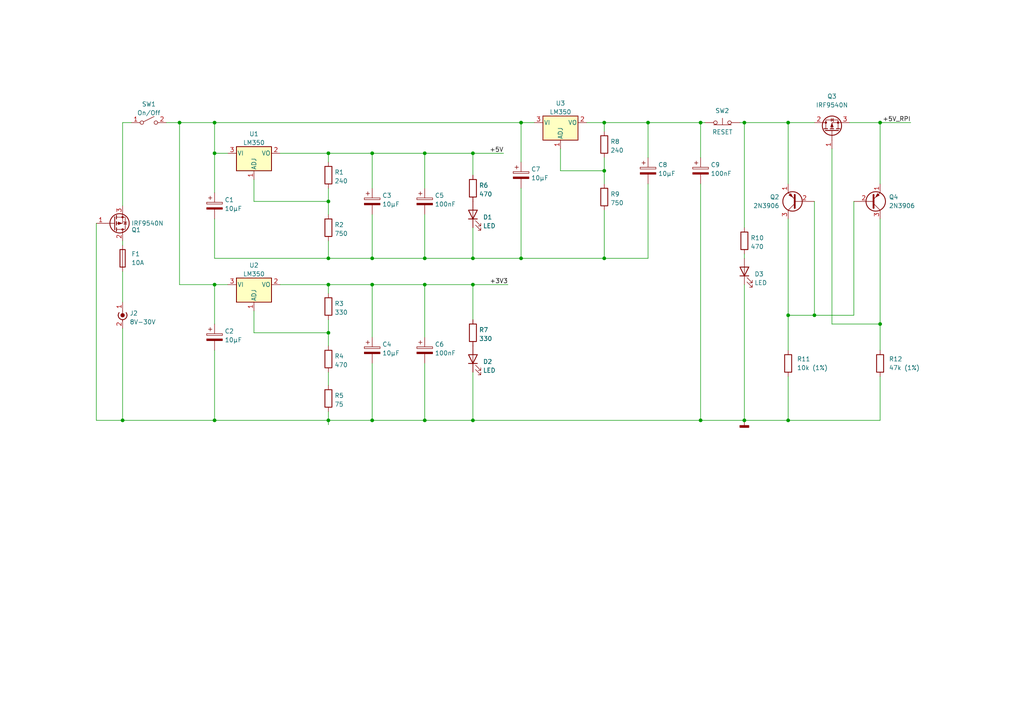
<source format=kicad_sch>
(kicad_sch (version 20211123) (generator eeschema)
  (paper "A4")
  (title_block (title "The Ulysses Board") (date "2022-09-04") (rev "1.3") (company "Dirk Gottschalk") (comment 1 "Power module") (comment 2 "Schematics") (comment 3 "Draft") (comment 4 "EN") (comment 5 "Tech- dev.") (comment 6 "n/a") (comment 7 "Dirk Gottschalk"))
  (lib_symbols
    (symbol "Connector:Conn_Coaxial_Power" (pin_names (offset 1.016) hide)
      (property "Reference" "J" (at -5.08 -1.27 90))
      (property "Value" "Conn_Coaxial_Power" (at -3.175 -1.27 90))
      (symbol "Conn_Coaxial_Power_0_1"
        (arc (start -1.27 -1.27) (mid 0 -2.54) (end 1.27 -1.27) (stroke (width 0.254)))
        (arc (start -1.016 -0.508) (mid -1.2048 -0.8684) (end -1.27 -1.27) (stroke (width 0.254)))
        (circle (center 0 -1.27) (radius 0.508) (stroke (width 0.2032)) (fill (type outline)))
        (polyline (pts (xy 0 -2.54) (xy 0 -3.048)))
        (polyline (pts (xy 0 0) (xy 0 -1.27)))
        (arc (start 1.27 -1.27) (mid 1.2048 -0.8684) (end 1.016 -0.508) (stroke (width 0.254)))
      )
      (symbol "Conn_Coaxial_Power_1_1"
        (pin passive line (at 0 2.54 270) (length 2.54) (name "In") (number "1"))
        (pin passive line (at 0 -5.08 90) (length 2.54) (name "Ext") (number "2"))
      )
    )
    (symbol "Device:C_Polarized" (pin_numbers hide) (pin_names (offset 0.254))
      (property "Reference" "C" (at 0.635 2.54 0))
      (property "Value" "C_Polarized" (at 0.635 -2.54 0))
      (symbol "C_Polarized_0_1"
        (rectangle (start -2.286 0.508) (end 2.286 1.016))
        (polyline (pts (xy -1.778 2.286) (xy -0.762 2.286)))
        (polyline (pts (xy -1.27 2.794) (xy -1.27 1.778)))
        (rectangle (start 2.286 -0.508) (end -2.286 -1.016) (fill (type outline)))
      )
      (symbol "C_Polarized_1_1"
        (pin passive line (at 0 3.81 270) (length 2.794) (name "~") (number "1"))
        (pin passive line (at 0 -3.81 90) (length 2.794) (name "~") (number "2"))
      )
    )
    (symbol "Device:Fuse" (pin_numbers hide) (pin_names (offset 0))
      (property "Reference" "F" (at 2.032 0 90))
      (property "Value" "Fuse" (at -1.905 0 90))
      (symbol "Fuse_0_1"
        (rectangle (start -0.762 -2.54) (end 0.762 2.54) (stroke (width 0.254)))
        (polyline (pts (xy 0 2.54) (xy 0 -2.54)))
      )
      (symbol "Fuse_1_1"
        (pin passive line (at 0 3.81 270) (length 1.27) (name "~") (number "1"))
        (pin passive line (at 0 -3.81 90) (length 1.27) (name "~") (number "2"))
      )
    )
    (symbol "Device:LED" (pin_numbers hide) (pin_names (offset 1.016) hide)
      (property "Reference" "D" (at 0 2.54 0))
      (property "Value" "LED" (at 0 -2.54 0))
      (symbol "LED_0_1"
        (polyline (pts (xy -1.27 -1.27) (xy -1.27 1.27)) (stroke (width 0.254)))
        (polyline (pts (xy -1.27 0) (xy 1.27 0)))
        (polyline (pts (xy 1.27 -1.27) (xy 1.27 1.27) (xy -1.27 0) (xy 1.27 -1.27)) (stroke (width 0.254)))
        (polyline (pts (xy -3.048 -0.762) (xy -4.572 -2.286) (xy -3.81 -2.286) (xy -4.572 -2.286) (xy -4.572 -1.524)))
        (polyline (pts (xy -1.778 -0.762) (xy -3.302 -2.286) (xy -2.54 -2.286) (xy -3.302 -2.286) (xy -3.302 -1.524)))
      )
      (symbol "LED_1_1"
        (pin passive line (at -3.81 0 0) (length 2.54) (name "K") (number "1"))
        (pin passive line (at 3.81 0 180) (length 2.54) (name "A") (number "2"))
      )
    )
    (symbol "Device:R" (pin_numbers hide) (pin_names (offset 0))
      (property "Reference" "R" (at 2.032 0 90))
      (property "Value" "R" (at 0 0 90))
      (symbol "R_0_1"
        (rectangle (start -1.016 -2.54) (end 1.016 2.54) (stroke (width 0.254)))
      )
      (symbol "R_1_1"
        (pin passive line (at 0 3.81 270) (length 1.27) (name "~") (number "1"))
        (pin passive line (at 0 -3.81 90) (length 1.27) (name "~") (number "2"))
      )
    )
    (symbol "Regulator_Linear:LM350_TO220" (pin_names (offset 0.254))
      (property "Reference" "U" (at -3.81 3.175 0))
      (property "Value" "LM350_TO220" (at 0 3.175 0))
      (symbol "LM350_TO220_0_1"
        (rectangle (start -5.08 1.905) (end 5.08 -5.08) (stroke (width 0.254)) (fill (type background)))
      )
      (symbol "LM350_TO220_1_1"
        (pin input line (at 0 -7.62 90) (length 2.54) (name "ADJ") (number "1"))
        (pin power_out line (at 7.62 0 180) (length 2.54) (name "VO") (number "2"))
        (pin power_in line (at -7.62 0 0) (length 2.54) (name "VI") (number "3"))
      )
    )
    (symbol "Switch:SW_Push_Open" (pin_numbers hide) (pin_names (offset 1.016) hide)
      (property "Reference" "SW" (at 0 2.54 0))
      (property "Value" "SW_Push_Open" (at 0 -1.905 0))
      (symbol "SW_Push_Open_0_1"
        (circle (center -2.032 0) (radius 0.508))
        (polyline (pts (xy -2.54 -0.635) (xy 2.54 -0.635)))
        (polyline (pts (xy 0 -0.635) (xy 0 1.27)))
        (circle (center 2.032 0) (radius 0.508))
        (pin passive line (at -5.08 0 0) (length 2.54) (name "A") (number "1"))
      )
      (symbol "SW_Push_Open_1_1"
        (pin passive line (at 5.08 0 180) (length 2.54) (name "B") (number "2"))
      )
    )
    (symbol "Switch:SW_SPST" (pin_names (offset 0) hide)
      (property "Reference" "SW" (at 0 3.175 0))
      (property "Value" "SW_SPST" (at 0 -2.54 0))
      (symbol "SW_SPST_0_0"
        (circle (center -2.032 0) (radius 0.508))
        (polyline (pts (xy -1.524 0.254) (xy 1.524 1.778)))
        (circle (center 2.032 0) (radius 0.508))
      )
      (symbol "SW_SPST_1_1"
        (pin passive line (at -5.08 0 0) (length 2.54) (name "A") (number "1"))
        (pin passive line (at 5.08 0 180) (length 2.54) (name "B") (number "2"))
      )
    )
    (symbol "Transistor_BJT:2N3906" (pin_names (offset 0) hide)
      (property "Reference" "Q" (at 5.08 1.905 0))
      (property "Value" "2N3906" (at 5.08 0 0))
      (symbol "2N3906_0_1"
        (polyline (pts (xy 0.635 0.635) (xy 2.54 2.54)))
        (polyline (pts (xy 0.635 -0.635) (xy 2.54 -2.54) (xy 2.54 -2.54)))
        (polyline (pts (xy 0.635 1.905) (xy 0.635 -1.905) (xy 0.635 -1.905)) (stroke (width 0.508)))
        (polyline (pts (xy 2.286 -1.778) (xy 1.778 -2.286) (xy 1.27 -1.27) (xy 2.286 -1.778) (xy 2.286 -1.778)) (fill (type outline)))
        (circle (center 1.27 0) (radius 2.8194) (stroke (width 0.254)))
      )
      (symbol "2N3906_1_1"
        (pin passive line (at 2.54 -5.08 90) (length 2.54) (name "E") (number "1"))
        (pin input line (at -5.08 0 0) (length 5.715) (name "B") (number "2"))
        (pin passive line (at 2.54 5.08 270) (length 2.54) (name "C") (number "3"))
      )
    )
    (symbol "Transistor_FET:IRF9540N" (pin_names hide)
      (property "Reference" "Q" (at 5.08 1.905 0))
      (property "Value" "IRF9540N" (at 5.08 0 0))
      (symbol "IRF9540N_0_1"
        (polyline (pts (xy 0.254 0) (xy -2.54 0)))
        (polyline (pts (xy 0.254 1.905) (xy 0.254 -1.905)) (stroke (width 0.254)))
        (polyline (pts (xy 0.762 -1.27) (xy 0.762 -2.286)) (stroke (width 0.254)))
        (polyline (pts (xy 0.762 0.508) (xy 0.762 -0.508)) (stroke (width 0.254)))
        (polyline (pts (xy 0.762 2.286) (xy 0.762 1.27)) (stroke (width 0.254)))
        (polyline (pts (xy 2.54 2.54) (xy 2.54 1.778)))
        (polyline (pts (xy 2.54 -2.54) (xy 2.54 0) (xy 0.762 0)))
        (polyline (pts (xy 0.762 1.778) (xy 3.302 1.778) (xy 3.302 -1.778) (xy 0.762 -1.778)))
        (polyline (pts (xy 2.286 0) (xy 1.27 0.381) (xy 1.27 -0.381) (xy 2.286 0)) (fill (type outline)))
        (polyline (pts (xy 2.794 -0.508) (xy 2.921 -0.381) (xy 3.683 -0.381) (xy 3.81 -0.254)))
        (polyline (pts (xy 3.302 -0.381) (xy 2.921 0.254) (xy 3.683 0.254) (xy 3.302 -0.381)))
        (circle (center 1.651 0) (radius 2.794) (stroke (width 0.254)))
        (circle (center 2.54 -1.778) (radius 0.254) (fill (type outline)))
        (circle (center 2.54 1.778) (radius 0.254) (fill (type outline)))
      )
      (symbol "IRF9540N_1_1"
        (pin input line (at -5.08 0 0) (length 2.54) (name "G") (number "1"))
        (pin passive line (at 2.54 5.08 270) (length 2.54) (name "D") (number "2"))
        (pin passive line (at 2.54 -5.08 90) (length 2.54) (name "S") (number "3"))
      )
    )
    (symbol "power:GNDD" (power) (pin_names (offset 0))
      (property "Value" "GNDD" (at 0 -3.175 0))
      (symbol "GNDD_0_1"
        (rectangle (start -1.27 -1.524) (end 1.27 -2.032) (stroke (width 0.254)) (fill (type outline)))
        (polyline (pts (xy 0 0) (xy 0 -1.524)))
      )
      (symbol "GNDD_1_1"
        (pin power_in line (at 0 0 270) (length 0) hide (name "GNDD") (number "1"))
      )
    )
  )
  (junction (at 175.26 49.53))
  (junction (at 215.9 121.92))
  (junction (at 228.6 121.92))
  (junction (at 137.16 44.45))
  (junction (at 151.13 74.93))
  (junction (at 187.96 35.56))
  (junction (at 62.23 82.55))
  (junction (at 95.25 74.93))
  (junction (at 107.95 74.93))
  (junction (at 203.2 121.92))
  (junction (at 95.25 44.45))
  (junction (at 62.23 121.92))
  (junction (at 137.16 82.55))
  (junction (at 255.27 35.56))
  (junction (at 95.25 82.55))
  (junction (at 236.22 91.44))
  (junction (at 175.26 35.56))
  (junction (at 123.19 74.93))
  (junction (at 123.19 82.55))
  (junction (at 203.2 35.56))
  (junction (at 95.25 121.92))
  (junction (at 35.56 121.92))
  (junction (at 52.07 35.56))
  (junction (at 107.95 82.55))
  (junction (at 123.19 121.92))
  (junction (at 137.16 74.93))
  (junction (at 62.23 35.56))
  (junction (at 95.25 96.52))
  (junction (at 228.6 91.44))
  (junction (at 255.27 93.98))
  (junction (at 151.13 35.56))
  (junction (at 175.26 74.93))
  (junction (at 215.9 35.56))
  (junction (at 228.6 35.56))
  (junction (at 123.19 44.45))
  (junction (at 107.95 121.92))
  (junction (at 137.16 121.92))
  (junction (at 62.23 44.45))
  (junction (at 95.25 58.42))
  (junction (at 107.95 44.45))
  (wire (pts (xy 151.13 35.56) (xy 154.94 35.56)))
  (wire (pts (xy 62.23 82.55) (xy 66.04 82.55)))
  (wire (pts (xy 35.56 35.56) (xy 35.56 59.69)))
  (wire (pts (xy 137.16 82.55) (xy 137.16 92.71)))
  (wire (pts (xy 247.65 91.44) (xy 247.65 58.42)))
  (wire (pts (xy 175.26 35.56) (xy 175.26 38.1)))
  (wire (pts (xy 137.16 66.04) (xy 137.16 74.93)))
  (wire (pts (xy 203.2 53.34) (xy 203.2 121.92)))
  (wire (pts (xy 162.56 43.18) (xy 162.56 49.53)))
  (wire (pts (xy 95.25 58.42) (xy 95.25 62.23)))
  (wire (pts (xy 175.26 74.93) (xy 187.96 74.93)))
  (wire (pts (xy 95.25 92.71) (xy 95.25 96.52)))
  (wire (pts (xy 95.25 74.93) (xy 107.95 74.93)))
  (wire (pts (xy 107.95 62.23) (xy 107.95 74.93)))
  (wire (pts (xy 175.26 49.53) (xy 175.26 53.34)))
  (wire (pts (xy 151.13 46.99) (xy 151.13 35.56)))
  (wire (pts (xy 73.66 90.17) (xy 73.66 96.52)))
  (wire (pts (xy 170.18 35.56) (xy 175.26 35.56)))
  (wire (pts (xy 95.25 44.45) (xy 107.95 44.45)))
  (wire (pts (xy 95.25 96.52) (xy 95.25 100.33)))
  (wire (pts (xy 137.16 107.95) (xy 137.16 121.92)))
  (wire (pts (xy 107.95 82.55) (xy 107.95 97.79)))
  (wire (pts (xy 95.25 121.92) (xy 95.25 123.19)))
  (wire (pts (xy 35.56 35.56) (xy 38.1 35.56)))
  (wire (pts (xy 52.07 35.56) (xy 62.23 35.56)))
  (wire (pts (xy 236.22 91.44) (xy 247.65 91.44)))
  (wire (pts (xy 123.19 105.41) (xy 123.19 121.92)))
  (wire (pts (xy 27.94 64.77) (xy 27.94 121.92)))
  (wire (pts (xy 95.25 54.61) (xy 95.25 58.42)))
  (wire (pts (xy 35.56 69.85) (xy 35.56 71.12)))
  (wire (pts (xy 187.96 35.56) (xy 203.2 35.56)))
  (wire (pts (xy 62.23 63.5) (xy 62.23 74.93)))
  (wire (pts (xy 175.26 45.72) (xy 175.26 49.53)))
  (wire (pts (xy 228.6 91.44) (xy 236.22 91.44)))
  (wire (pts (xy 123.19 44.45) (xy 137.16 44.45)))
  (wire (pts (xy 246.38 35.56) (xy 255.27 35.56)))
  (wire (pts (xy 203.2 121.92) (xy 215.9 121.92)))
  (wire (pts (xy 215.9 82.55) (xy 215.9 121.92)))
  (wire (pts (xy 123.19 82.55) (xy 123.19 97.79)))
  (wire (pts (xy 255.27 63.5) (xy 255.27 93.98)))
  (wire (pts (xy 187.96 35.56) (xy 187.96 45.72)))
  (wire (pts (xy 35.56 78.74) (xy 35.56 87.63)))
  (wire (pts (xy 107.95 44.45) (xy 123.19 44.45)))
  (wire (pts (xy 107.95 105.41) (xy 107.95 121.92)))
  (wire (pts (xy 95.25 82.55) (xy 95.25 85.09)))
  (wire (pts (xy 255.27 109.22) (xy 255.27 121.92)))
  (wire (pts (xy 228.6 91.44) (xy 228.6 101.6)))
  (wire (pts (xy 123.19 74.93) (xy 137.16 74.93)))
  (wire (pts (xy 203.2 35.56) (xy 203.2 45.72)))
  (wire (pts (xy 175.26 60.96) (xy 175.26 74.93)))
  (wire (pts (xy 62.23 82.55) (xy 52.07 82.55)))
  (wire (pts (xy 137.16 44.45) (xy 146.05 44.45)))
  (wire (pts (xy 95.25 121.92) (xy 107.95 121.92)))
  (wire (pts (xy 107.95 74.93) (xy 123.19 74.93)))
  (wire (pts (xy 81.28 44.45) (xy 95.25 44.45)))
  (wire (pts (xy 137.16 82.55) (xy 147.32 82.55)))
  (wire (pts (xy 137.16 74.93) (xy 151.13 74.93)))
  (wire (pts (xy 107.95 44.45) (xy 107.95 54.61)))
  (wire (pts (xy 95.25 69.85) (xy 95.25 74.93)))
  (wire (pts (xy 228.6 35.56) (xy 228.6 53.34)))
  (wire (pts (xy 95.25 44.45) (xy 95.25 46.99)))
  (wire (pts (xy 215.9 35.56) (xy 228.6 35.56)))
  (wire (pts (xy 62.23 55.88) (xy 62.23 44.45)))
  (wire (pts (xy 123.19 82.55) (xy 137.16 82.55)))
  (wire (pts (xy 228.6 109.22) (xy 228.6 121.92)))
  (wire (pts (xy 123.19 44.45) (xy 123.19 54.61)))
  (wire (pts (xy 241.3 43.18) (xy 241.3 93.98)))
  (wire (pts (xy 123.19 62.23) (xy 123.19 74.93)))
  (wire (pts (xy 255.27 35.56) (xy 264.16 35.56)))
  (wire (pts (xy 62.23 93.98) (xy 62.23 82.55)))
  (wire (pts (xy 137.16 44.45) (xy 137.16 50.8)))
  (wire (pts (xy 62.23 74.93) (xy 95.25 74.93)))
  (wire (pts (xy 62.23 35.56) (xy 151.13 35.56)))
  (wire (pts (xy 255.27 35.56) (xy 255.27 53.34)))
  (wire (pts (xy 62.23 101.6) (xy 62.23 121.92)))
  (wire (pts (xy 123.19 121.92) (xy 137.16 121.92)))
  (wire (pts (xy 255.27 121.92) (xy 228.6 121.92)))
  (wire (pts (xy 73.66 52.07) (xy 73.66 58.42)))
  (wire (pts (xy 255.27 93.98) (xy 255.27 101.6)))
  (wire (pts (xy 35.56 95.25) (xy 35.56 121.92)))
  (wire (pts (xy 48.26 35.56) (xy 52.07 35.56)))
  (wire (pts (xy 187.96 53.34) (xy 187.96 74.93)))
  (wire (pts (xy 73.66 96.52) (xy 95.25 96.52)))
  (wire (pts (xy 241.3 93.98) (xy 255.27 93.98)))
  (wire (pts (xy 95.25 82.55) (xy 107.95 82.55)))
  (wire (pts (xy 35.56 121.92) (xy 62.23 121.92)))
  (wire (pts (xy 107.95 82.55) (xy 123.19 82.55)))
  (wire (pts (xy 162.56 49.53) (xy 175.26 49.53)))
  (wire (pts (xy 137.16 121.92) (xy 203.2 121.92)))
  (wire (pts (xy 215.9 35.56) (xy 215.9 66.04)))
  (wire (pts (xy 62.23 35.56) (xy 62.23 44.45)))
  (wire (pts (xy 203.2 35.56) (xy 204.47 35.56)))
  (wire (pts (xy 52.07 82.55) (xy 52.07 35.56)))
  (wire (pts (xy 107.95 121.92) (xy 123.19 121.92)))
  (wire (pts (xy 151.13 54.61) (xy 151.13 74.93)))
  (wire (pts (xy 236.22 35.56) (xy 228.6 35.56)))
  (wire (pts (xy 215.9 73.66) (xy 215.9 74.93)))
  (wire (pts (xy 214.63 35.56) (xy 215.9 35.56)))
  (wire (pts (xy 27.94 121.92) (xy 35.56 121.92)))
  (wire (pts (xy 95.25 107.95) (xy 95.25 111.76)))
  (wire (pts (xy 228.6 121.92) (xy 215.9 121.92)))
  (wire (pts (xy 175.26 35.56) (xy 187.96 35.56)))
  (wire (pts (xy 228.6 63.5) (xy 228.6 91.44)))
  (wire (pts (xy 62.23 44.45) (xy 66.04 44.45)))
  (wire (pts (xy 236.22 58.42) (xy 236.22 91.44)))
  (wire (pts (xy 151.13 74.93) (xy 175.26 74.93)))
  (wire (pts (xy 62.23 121.92) (xy 95.25 121.92)))
  (wire (pts (xy 95.25 119.38) (xy 95.25 121.92)))
  (wire (pts (xy 81.28 82.55) (xy 95.25 82.55)))
  (wire (pts (xy 73.66 58.42) (xy 95.25 58.42)))
  (label "+3V3" (at 147.32 82.55 180))
  (label "+5V" (at 146.05 44.45 180))
  (label "+5V_RPI" (at 264.16 35.56 180))
  (symbol (lib_id "Device:Fuse") (at 35.56 74.93 180) (unit 1)
    (property "Reference" "F1" (at 38.1 73.6599 0) (effects (justify right)))
    (property "Value" "10A" (at 38.1 76.1999 0) (effects (justify right)))
  )
  (symbol (lib_id "Device:R") (at 137.16 54.61 0) (unit 1)
    (property "Reference" "R6" (at 138.938 53.7753 0) (effects (justify left)))
    (property "Value" "470" (at 138.938 56.3122 0) (effects (justify left)))
  )
  (symbol (lib_id "Device:R") (at 215.9 69.85 0) (unit 1)
    (property "Reference" "R10" (at 217.678 69.0153 0) (effects (justify left)))
    (property "Value" "470" (at 217.678 71.5522 0) (effects (justify left)))
  )
  (symbol (lib_id "power:GNDD") (at 215.9 121.92 0) (unit 1)
    (property "Reference" "#PWR03" (effects hide))
    (property "Value" "GNDD" (effects hide))
  )
  (symbol (lib_id "Transistor_BJT:2N3906") (at 231.14 58.42 180) (unit 1)
    (property "Reference" "Q2" (at 226.06 57.1499 0) (effects (justify left)))
    (property "Value" "2N3906" (at 226.06 59.6899 0) (effects (justify left)))
    (property "Footprint" "Package_TO_SOT_THT:TO-92_Inline" (effects hide))
    (property "Datasheet" "https://www.onsemi.com/pub/Collateral/2N3906-D.PDF" (effects hide))
  )
  (symbol (lib_id "Device:C_Polarized") (at 107.95 58.42 0) (unit 1)
    (property "Reference" "C3" (at 110.871 56.6963 0) (effects (justify left)))
    (property "Value" "10µF" (at 110.871 59.2332 0) (effects (justify left)))
  )
  (symbol (lib_id "Device:R") (at 95.25 115.57 0) (unit 1)
    (property "Reference" "R5" (at 97.028 114.7353 0) (effects (justify left)))
    (property "Value" "75" (at 97.028 117.2722 0) (effects (justify left)))
  )
  (symbol (lib_id "Device:C_Polarized") (at 203.2 49.53 0) (unit 1)
    (property "Reference" "C9" (at 206.121 47.8063 0) (effects (justify left)))
    (property "Value" "100nF" (at 206.121 50.3432 0) (effects (justify left)))
  )
  (symbol (lib_id "Device:R") (at 95.25 104.14 0) (unit 1)
    (property "Reference" "R4" (at 97.028 103.3053 0) (effects (justify left)))
    (property "Value" "470" (at 97.028 105.8422 0) (effects (justify left)))
  )
  (symbol (lib_id "Device:LED") (at 215.9 78.74 90) (unit 1)
    (property "Reference" "D3" (at 218.821 79.4928 90) (effects (justify right)))
    (property "Value" "LED" (at 218.821 82.0297 90) (effects (justify right)))
  )
  (symbol (lib_id "Device:C_Polarized") (at 123.19 101.6 0) (unit 1)
    (property "Reference" "C6" (at 126.111 99.8763 0) (effects (justify left)))
    (property "Value" "100nF" (at 126.111 102.4132 0) (effects (justify left)))
  )
  (symbol (lib_id "Device:R") (at 175.26 41.91 0) (unit 1)
    (property "Reference" "R8" (at 177.038 41.0753 0) (effects (justify left)))
    (property "Value" "240" (at 177.038 43.6122 0) (effects (justify left)))
  )
  (symbol (lib_id "Transistor_BJT:2N3906") (at 252.73 58.42 0) (mirror x) (unit 1)
    (property "Reference" "Q4" (at 257.81 57.1499 0) (effects (justify left)))
    (property "Value" "2N3906" (at 257.81 59.6899 0) (effects (justify left)))
    (property "Footprint" "Package_TO_SOT_THT:TO-92_Inline" (effects hide))
    (property "Datasheet" "https://www.onsemi.com/pub/Collateral/2N3906-D.PDF" (effects hide))
  )
  (symbol (lib_id "Regulator_Linear:LM350_TO220") (at 73.66 82.55 0) (unit 1)
    (property "Reference" "U2" (at 73.66 76.9452 0))
    (property "Value" "LM350" (at 73.66 79.4821 0))
    (property "Footprint" "Package_TO_SOT_THT:TO-220-3_Vertical" (effects hide))
    (property "Datasheet" "https://www.onsemi.com/pub/Collateral/LM350-D.pdf" (effects hide))
  )
  (symbol (lib_id "Device:R") (at 175.26 57.15 0) (unit 1)
    (property "Reference" "R9" (at 177.038 56.3153 0) (effects (justify left)))
    (property "Value" "750" (at 177.038 58.8522 0) (effects (justify left)))
  )
  (symbol (lib_id "Device:R") (at 95.25 50.8 0) (unit 1)
    (property "Reference" "R1" (at 97.028 49.9653 0) (effects (justify left)))
    (property "Value" "240" (at 97.028 52.5022 0) (effects (justify left)))
  )
  (symbol (lib_id "Device:R") (at 95.25 66.04 0) (unit 1)
    (property "Reference" "R2" (at 97.028 65.2053 0) (effects (justify left)))
    (property "Value" "750" (at 97.028 67.7422 0) (effects (justify left)))
  )
  (symbol (lib_id "Device:C_Polarized") (at 123.19 58.42 0) (unit 1)
    (property "Reference" "C5" (at 126.111 56.6963 0) (effects (justify left)))
    (property "Value" "100nF" (at 126.111 59.2332 0) (effects (justify left)))
  )
  (symbol (lib_id "Device:R") (at 95.25 88.9 0) (unit 1)
    (property "Reference" "R3" (at 97.028 88.0653 0) (effects (justify left)))
    (property "Value" "330" (at 97.028 90.6022 0) (effects (justify left)))
  )
  (symbol (lib_id "Regulator_Linear:LM350_TO220") (at 73.66 44.45 0) (unit 1)
    (property "Reference" "U1" (at 73.66 38.8452 0))
    (property "Value" "LM350" (at 73.66 41.3821 0))
    (property "Footprint" "Package_TO_SOT_THT:TO-220-3_Vertical" (effects hide))
    (property "Datasheet" "https://www.onsemi.com/pub/Collateral/LM350-D.pdf" (effects hide))
  )
  (symbol (lib_id "Connector:Conn_Coaxial_Power") (at 35.56 90.17 0) (unit 1)
    (property "Reference" "J2" (at 37.592 90.8593 0) (effects (justify left)))
    (property "Value" "8V-30V" (at 37.592 93.3962 0) (effects (justify left)))
  )
  (symbol (lib_id "Device:R") (at 228.6 105.41 0) (unit 1)
    (property "Reference" "R11" (at 231.14 104.1399 0) (effects (justify left)))
    (property "Value" "10k (1%)" (at 231.14 106.6799 0) (effects (justify left)))
  )
  (symbol (lib_id "Transistor_FET:IRF9540N") (at 33.02 64.77 0) (mirror x) (unit 1)
    (property "Reference" "Q1" (at 38.1 66.675 0) (effects (justify left)))
    (property "Value" "IRF9540N" (at 38.1 64.77 0) (effects (justify left)))
    (property "Footprint" "Package_TO_SOT_THT:TO-220-3_Vertical" (effects hide))
    (property "Datasheet" "http://www.irf.com/product-info/datasheets/data/irf9540n.pdf" (effects hide))
  )
  (symbol (lib_id "Device:C_Polarized") (at 151.13 50.8 0) (unit 1)
    (property "Reference" "C7" (at 154.051 49.0763 0) (effects (justify left)))
    (property "Value" "10µF" (at 154.051 51.6132 0) (effects (justify left)))
  )
  (symbol (lib_id "Device:C_Polarized") (at 107.95 101.6 0) (unit 1)
    (property "Reference" "C4" (at 110.871 99.8763 0) (effects (justify left)))
    (property "Value" "10µF" (at 110.871 102.4132 0) (effects (justify left)))
  )
  (symbol (lib_id "Device:R") (at 255.27 105.41 0) (unit 1)
    (property "Reference" "R12" (at 257.81 104.1399 0) (effects (justify left)))
    (property "Value" "47k (1%)" (at 257.81 106.6799 0) (effects (justify left)))
  )
  (symbol (lib_id "Device:C_Polarized") (at 62.23 97.79 0) (unit 1)
    (property "Reference" "C2" (at 65.151 96.0663 0) (effects (justify left)))
    (property "Value" "10µF" (at 65.151 98.6032 0) (effects (justify left)))
  )
  (symbol (lib_id "Switch:SW_SPST") (at 43.18 35.56 0) (unit 1)
    (property "Reference" "SW1" (at 43.18 30.2092 0))
    (property "Value" "On/Off" (at 43.18 32.7461 0))
  )
  (symbol (lib_id "Transistor_FET:IRF9540N") (at 241.3 38.1 90) (unit 1)
    (property "Reference" "Q3" (at 241.3 27.94 90))
    (property "Value" "IRF9540N" (at 241.3 30.48 90))
    (property "Footprint" "Package_TO_SOT_THT:TO-220-3_Vertical" (effects hide))
    (property "Datasheet" "http://www.irf.com/product-info/datasheets/data/irf9540n.pdf" (effects hide))
  )
  (symbol (lib_id "Switch:SW_Push_Open") (at 209.55 35.56 0) (unit 1)
    (property "Reference" "SW2" (at 211.5181 32.1241 0) (effects (justify right)))
    (property "Value" "RESET" (at 212.5202 38.3025 0) (effects (justify right)))
  )
  (symbol (lib_id "Device:R") (at 137.16 96.52 0) (unit 1)
    (property "Reference" "R7" (at 138.938 95.6853 0) (effects (justify left)))
    (property "Value" "330" (at 138.938 98.2222 0) (effects (justify left)))
  )
  (symbol (lib_id "Device:C_Polarized") (at 187.96 49.53 0) (unit 1)
    (property "Reference" "C8" (at 190.881 47.8063 0) (effects (justify left)))
    (property "Value" "10µF" (at 190.881 50.3432 0) (effects (justify left)))
  )
  (symbol (lib_id "Regulator_Linear:LM350_TO220") (at 162.56 35.56 0) (unit 1)
    (property "Reference" "U3" (at 162.56 29.9552 0))
    (property "Value" "LM350" (at 162.56 32.4921 0))
    (property "Footprint" "Package_TO_SOT_THT:TO-220-3_Vertical" (effects hide))
    (property "Datasheet" "https://www.onsemi.com/pub/Collateral/LM350-D.pdf" (effects hide))
  )
  (symbol (lib_id "Device:LED") (at 137.16 104.14 90) (unit 1)
    (property "Reference" "D2" (at 140.081 104.8928 90) (effects (justify right)))
    (property "Value" "LED" (at 140.081 107.4297 90) (effects (justify right)))
  )
  (symbol (lib_id "Device:C_Polarized") (at 62.23 59.69 0) (unit 1)
    (property "Reference" "C1" (at 65.151 57.9663 0) (effects (justify left)))
    (property "Value" "10µF" (at 65.151 60.5032 0) (effects (justify left)))
  )
  (symbol (lib_id "Device:LED") (at 137.16 62.23 90) (unit 1)
    (property "Reference" "D1" (at 140.081 62.9828 90) (effects (justify right)))
    (property "Value" "LED" (at 140.081 65.5197 90) (effects (justify right)))
  )
)
</source>
